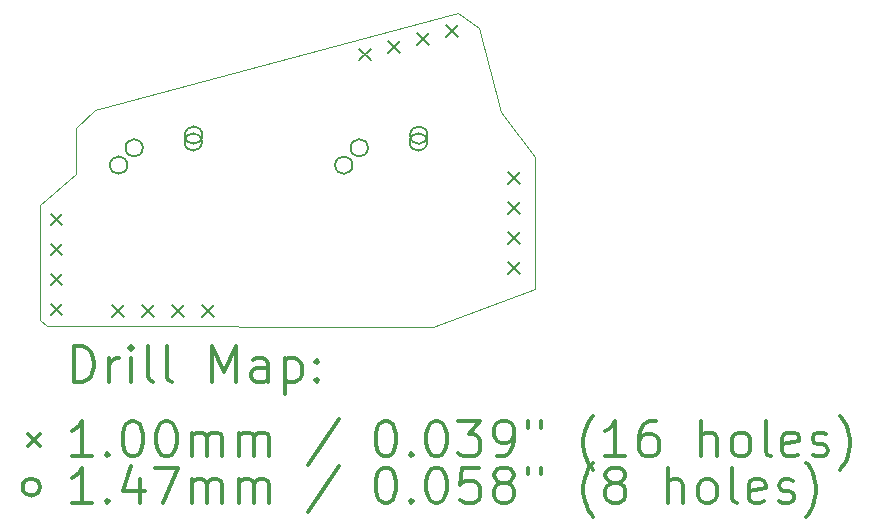
<source format=gbr>
%FSLAX45Y45*%
G04 Gerber Fmt 4.5, Leading zero omitted, Abs format (unit mm)*
G04 Created by KiCad (PCBNEW (5.1.4)-1) date 2023-06-17 18:33:44*
%MOMM*%
%LPD*%
G04 APERTURE LIST*
%ADD10C,0.050000*%
%ADD11C,0.200000*%
%ADD12C,0.300000*%
G04 APERTURE END LIST*
D10*
X12532750Y-35852116D02*
X9262855Y-35847530D01*
X9208529Y-35792053D02*
X9262855Y-35847530D01*
X9514138Y-34562556D02*
X9515320Y-34170437D01*
X9208919Y-34818850D02*
X9514138Y-34562556D01*
X13111744Y-34032786D02*
X12921139Y-33326217D01*
X12921139Y-33326217D02*
X12743842Y-33195619D01*
X13111744Y-34032786D02*
X13400615Y-34416131D01*
X12743842Y-33195619D02*
X9671144Y-34020338D01*
X9208529Y-35792053D02*
X9208919Y-34818850D01*
X13401145Y-35530132D02*
X13400615Y-34416131D01*
X9671144Y-34020338D02*
X9515320Y-34170437D01*
X13401145Y-35530132D02*
X12532750Y-35852116D01*
D11*
X9296338Y-34895789D02*
X9396338Y-34995789D01*
X9396338Y-34895789D02*
X9296338Y-34995789D01*
X9296338Y-35149789D02*
X9396338Y-35249789D01*
X9396338Y-35149789D02*
X9296338Y-35249789D01*
X9296338Y-35403789D02*
X9396338Y-35503789D01*
X9396338Y-35403789D02*
X9296338Y-35503789D01*
X9296338Y-35657789D02*
X9396338Y-35757789D01*
X9396338Y-35657789D02*
X9296338Y-35757789D01*
X13168186Y-34545871D02*
X13268186Y-34645871D01*
X13268186Y-34545871D02*
X13168186Y-34645871D01*
X13168186Y-34799871D02*
X13268186Y-34899871D01*
X13268186Y-34799871D02*
X13168186Y-34899871D01*
X13168186Y-35053871D02*
X13268186Y-35153871D01*
X13268186Y-35053871D02*
X13168186Y-35153871D01*
X13168186Y-35307871D02*
X13268186Y-35407871D01*
X13268186Y-35307871D02*
X13168186Y-35407871D01*
X11908678Y-33499059D02*
X12008678Y-33599059D01*
X12008678Y-33499059D02*
X11908678Y-33599059D01*
X12154023Y-33433319D02*
X12254023Y-33533319D01*
X12254023Y-33433319D02*
X12154023Y-33533319D01*
X12399368Y-33367579D02*
X12499368Y-33467579D01*
X12499368Y-33367579D02*
X12399368Y-33467579D01*
X12644714Y-33301839D02*
X12744714Y-33401839D01*
X12744714Y-33301839D02*
X12644714Y-33401839D01*
X9817067Y-35667457D02*
X9917067Y-35767457D01*
X9917067Y-35667457D02*
X9817067Y-35767457D01*
X10071067Y-35667457D02*
X10171067Y-35767457D01*
X10171067Y-35667457D02*
X10071067Y-35767457D01*
X10325067Y-35667457D02*
X10425067Y-35767457D01*
X10425067Y-35667457D02*
X10325067Y-35767457D01*
X10579067Y-35667457D02*
X10679067Y-35767457D01*
X10679067Y-35667457D02*
X10579067Y-35767457D01*
X9946105Y-34485006D02*
G75*
G03X9946105Y-34485006I-73500J0D01*
G01*
X10077105Y-34339006D02*
G75*
G03X10077105Y-34339006I-73500J0D01*
G01*
X10577105Y-34289006D02*
G75*
G03X10577105Y-34289006I-73500J0D01*
G01*
X10581105Y-34231006D02*
G75*
G03X10581105Y-34231006I-73500J0D01*
G01*
X11852500Y-34485006D02*
G75*
G03X11852500Y-34485006I-73500J0D01*
G01*
X11983500Y-34339006D02*
G75*
G03X11983500Y-34339006I-73500J0D01*
G01*
X12483500Y-34289006D02*
G75*
G03X12483500Y-34289006I-73500J0D01*
G01*
X12487500Y-34231006D02*
G75*
G03X12487500Y-34231006I-73500J0D01*
G01*
D12*
X9492457Y-36320330D02*
X9492457Y-36020330D01*
X9563886Y-36020330D01*
X9606743Y-36034616D01*
X9635314Y-36063188D01*
X9649600Y-36091759D01*
X9663886Y-36148902D01*
X9663886Y-36191759D01*
X9649600Y-36248902D01*
X9635314Y-36277473D01*
X9606743Y-36306045D01*
X9563886Y-36320330D01*
X9492457Y-36320330D01*
X9792457Y-36320330D02*
X9792457Y-36120330D01*
X9792457Y-36177473D02*
X9806743Y-36148902D01*
X9821029Y-36134616D01*
X9849600Y-36120330D01*
X9878172Y-36120330D01*
X9978172Y-36320330D02*
X9978172Y-36120330D01*
X9978172Y-36020330D02*
X9963886Y-36034616D01*
X9978172Y-36048902D01*
X9992457Y-36034616D01*
X9978172Y-36020330D01*
X9978172Y-36048902D01*
X10163886Y-36320330D02*
X10135314Y-36306045D01*
X10121029Y-36277473D01*
X10121029Y-36020330D01*
X10321029Y-36320330D02*
X10292457Y-36306045D01*
X10278172Y-36277473D01*
X10278172Y-36020330D01*
X10663886Y-36320330D02*
X10663886Y-36020330D01*
X10763886Y-36234616D01*
X10863886Y-36020330D01*
X10863886Y-36320330D01*
X11135314Y-36320330D02*
X11135314Y-36163188D01*
X11121029Y-36134616D01*
X11092457Y-36120330D01*
X11035314Y-36120330D01*
X11006743Y-36134616D01*
X11135314Y-36306045D02*
X11106743Y-36320330D01*
X11035314Y-36320330D01*
X11006743Y-36306045D01*
X10992457Y-36277473D01*
X10992457Y-36248902D01*
X11006743Y-36220330D01*
X11035314Y-36206045D01*
X11106743Y-36206045D01*
X11135314Y-36191759D01*
X11278171Y-36120330D02*
X11278171Y-36420330D01*
X11278171Y-36134616D02*
X11306743Y-36120330D01*
X11363886Y-36120330D01*
X11392457Y-36134616D01*
X11406743Y-36148902D01*
X11421029Y-36177473D01*
X11421029Y-36263188D01*
X11406743Y-36291759D01*
X11392457Y-36306045D01*
X11363886Y-36320330D01*
X11306743Y-36320330D01*
X11278171Y-36306045D01*
X11549600Y-36291759D02*
X11563886Y-36306045D01*
X11549600Y-36320330D01*
X11535314Y-36306045D01*
X11549600Y-36291759D01*
X11549600Y-36320330D01*
X11549600Y-36134616D02*
X11563886Y-36148902D01*
X11549600Y-36163188D01*
X11535314Y-36148902D01*
X11549600Y-36134616D01*
X11549600Y-36163188D01*
X9106029Y-36764616D02*
X9206029Y-36864616D01*
X9206029Y-36764616D02*
X9106029Y-36864616D01*
X9649600Y-36950330D02*
X9478172Y-36950330D01*
X9563886Y-36950330D02*
X9563886Y-36650330D01*
X9535314Y-36693188D01*
X9506743Y-36721759D01*
X9478172Y-36736045D01*
X9778172Y-36921759D02*
X9792457Y-36936045D01*
X9778172Y-36950330D01*
X9763886Y-36936045D01*
X9778172Y-36921759D01*
X9778172Y-36950330D01*
X9978172Y-36650330D02*
X10006743Y-36650330D01*
X10035314Y-36664616D01*
X10049600Y-36678902D01*
X10063886Y-36707473D01*
X10078172Y-36764616D01*
X10078172Y-36836045D01*
X10063886Y-36893188D01*
X10049600Y-36921759D01*
X10035314Y-36936045D01*
X10006743Y-36950330D01*
X9978172Y-36950330D01*
X9949600Y-36936045D01*
X9935314Y-36921759D01*
X9921029Y-36893188D01*
X9906743Y-36836045D01*
X9906743Y-36764616D01*
X9921029Y-36707473D01*
X9935314Y-36678902D01*
X9949600Y-36664616D01*
X9978172Y-36650330D01*
X10263886Y-36650330D02*
X10292457Y-36650330D01*
X10321029Y-36664616D01*
X10335314Y-36678902D01*
X10349600Y-36707473D01*
X10363886Y-36764616D01*
X10363886Y-36836045D01*
X10349600Y-36893188D01*
X10335314Y-36921759D01*
X10321029Y-36936045D01*
X10292457Y-36950330D01*
X10263886Y-36950330D01*
X10235314Y-36936045D01*
X10221029Y-36921759D01*
X10206743Y-36893188D01*
X10192457Y-36836045D01*
X10192457Y-36764616D01*
X10206743Y-36707473D01*
X10221029Y-36678902D01*
X10235314Y-36664616D01*
X10263886Y-36650330D01*
X10492457Y-36950330D02*
X10492457Y-36750330D01*
X10492457Y-36778902D02*
X10506743Y-36764616D01*
X10535314Y-36750330D01*
X10578172Y-36750330D01*
X10606743Y-36764616D01*
X10621029Y-36793188D01*
X10621029Y-36950330D01*
X10621029Y-36793188D02*
X10635314Y-36764616D01*
X10663886Y-36750330D01*
X10706743Y-36750330D01*
X10735314Y-36764616D01*
X10749600Y-36793188D01*
X10749600Y-36950330D01*
X10892457Y-36950330D02*
X10892457Y-36750330D01*
X10892457Y-36778902D02*
X10906743Y-36764616D01*
X10935314Y-36750330D01*
X10978172Y-36750330D01*
X11006743Y-36764616D01*
X11021029Y-36793188D01*
X11021029Y-36950330D01*
X11021029Y-36793188D02*
X11035314Y-36764616D01*
X11063886Y-36750330D01*
X11106743Y-36750330D01*
X11135314Y-36764616D01*
X11149600Y-36793188D01*
X11149600Y-36950330D01*
X11735314Y-36636045D02*
X11478171Y-37021759D01*
X12121029Y-36650330D02*
X12149600Y-36650330D01*
X12178171Y-36664616D01*
X12192457Y-36678902D01*
X12206743Y-36707473D01*
X12221029Y-36764616D01*
X12221029Y-36836045D01*
X12206743Y-36893188D01*
X12192457Y-36921759D01*
X12178171Y-36936045D01*
X12149600Y-36950330D01*
X12121029Y-36950330D01*
X12092457Y-36936045D01*
X12078171Y-36921759D01*
X12063886Y-36893188D01*
X12049600Y-36836045D01*
X12049600Y-36764616D01*
X12063886Y-36707473D01*
X12078171Y-36678902D01*
X12092457Y-36664616D01*
X12121029Y-36650330D01*
X12349600Y-36921759D02*
X12363886Y-36936045D01*
X12349600Y-36950330D01*
X12335314Y-36936045D01*
X12349600Y-36921759D01*
X12349600Y-36950330D01*
X12549600Y-36650330D02*
X12578171Y-36650330D01*
X12606743Y-36664616D01*
X12621029Y-36678902D01*
X12635314Y-36707473D01*
X12649600Y-36764616D01*
X12649600Y-36836045D01*
X12635314Y-36893188D01*
X12621029Y-36921759D01*
X12606743Y-36936045D01*
X12578171Y-36950330D01*
X12549600Y-36950330D01*
X12521029Y-36936045D01*
X12506743Y-36921759D01*
X12492457Y-36893188D01*
X12478171Y-36836045D01*
X12478171Y-36764616D01*
X12492457Y-36707473D01*
X12506743Y-36678902D01*
X12521029Y-36664616D01*
X12549600Y-36650330D01*
X12749600Y-36650330D02*
X12935314Y-36650330D01*
X12835314Y-36764616D01*
X12878171Y-36764616D01*
X12906743Y-36778902D01*
X12921029Y-36793188D01*
X12935314Y-36821759D01*
X12935314Y-36893188D01*
X12921029Y-36921759D01*
X12906743Y-36936045D01*
X12878171Y-36950330D01*
X12792457Y-36950330D01*
X12763886Y-36936045D01*
X12749600Y-36921759D01*
X13078171Y-36950330D02*
X13135314Y-36950330D01*
X13163886Y-36936045D01*
X13178171Y-36921759D01*
X13206743Y-36878902D01*
X13221029Y-36821759D01*
X13221029Y-36707473D01*
X13206743Y-36678902D01*
X13192457Y-36664616D01*
X13163886Y-36650330D01*
X13106743Y-36650330D01*
X13078171Y-36664616D01*
X13063886Y-36678902D01*
X13049600Y-36707473D01*
X13049600Y-36778902D01*
X13063886Y-36807473D01*
X13078171Y-36821759D01*
X13106743Y-36836045D01*
X13163886Y-36836045D01*
X13192457Y-36821759D01*
X13206743Y-36807473D01*
X13221029Y-36778902D01*
X13335314Y-36650330D02*
X13335314Y-36707473D01*
X13449600Y-36650330D02*
X13449600Y-36707473D01*
X13892457Y-37064616D02*
X13878171Y-37050330D01*
X13849600Y-37007473D01*
X13835314Y-36978902D01*
X13821029Y-36936045D01*
X13806743Y-36864616D01*
X13806743Y-36807473D01*
X13821029Y-36736045D01*
X13835314Y-36693188D01*
X13849600Y-36664616D01*
X13878171Y-36621759D01*
X13892457Y-36607473D01*
X14163886Y-36950330D02*
X13992457Y-36950330D01*
X14078171Y-36950330D02*
X14078171Y-36650330D01*
X14049600Y-36693188D01*
X14021029Y-36721759D01*
X13992457Y-36736045D01*
X14421029Y-36650330D02*
X14363886Y-36650330D01*
X14335314Y-36664616D01*
X14321029Y-36678902D01*
X14292457Y-36721759D01*
X14278171Y-36778902D01*
X14278171Y-36893188D01*
X14292457Y-36921759D01*
X14306743Y-36936045D01*
X14335314Y-36950330D01*
X14392457Y-36950330D01*
X14421029Y-36936045D01*
X14435314Y-36921759D01*
X14449600Y-36893188D01*
X14449600Y-36821759D01*
X14435314Y-36793188D01*
X14421029Y-36778902D01*
X14392457Y-36764616D01*
X14335314Y-36764616D01*
X14306743Y-36778902D01*
X14292457Y-36793188D01*
X14278171Y-36821759D01*
X14806743Y-36950330D02*
X14806743Y-36650330D01*
X14935314Y-36950330D02*
X14935314Y-36793188D01*
X14921029Y-36764616D01*
X14892457Y-36750330D01*
X14849600Y-36750330D01*
X14821029Y-36764616D01*
X14806743Y-36778902D01*
X15121029Y-36950330D02*
X15092457Y-36936045D01*
X15078171Y-36921759D01*
X15063886Y-36893188D01*
X15063886Y-36807473D01*
X15078171Y-36778902D01*
X15092457Y-36764616D01*
X15121029Y-36750330D01*
X15163886Y-36750330D01*
X15192457Y-36764616D01*
X15206743Y-36778902D01*
X15221029Y-36807473D01*
X15221029Y-36893188D01*
X15206743Y-36921759D01*
X15192457Y-36936045D01*
X15163886Y-36950330D01*
X15121029Y-36950330D01*
X15392457Y-36950330D02*
X15363886Y-36936045D01*
X15349600Y-36907473D01*
X15349600Y-36650330D01*
X15621029Y-36936045D02*
X15592457Y-36950330D01*
X15535314Y-36950330D01*
X15506743Y-36936045D01*
X15492457Y-36907473D01*
X15492457Y-36793188D01*
X15506743Y-36764616D01*
X15535314Y-36750330D01*
X15592457Y-36750330D01*
X15621029Y-36764616D01*
X15635314Y-36793188D01*
X15635314Y-36821759D01*
X15492457Y-36850330D01*
X15749600Y-36936045D02*
X15778171Y-36950330D01*
X15835314Y-36950330D01*
X15863886Y-36936045D01*
X15878171Y-36907473D01*
X15878171Y-36893188D01*
X15863886Y-36864616D01*
X15835314Y-36850330D01*
X15792457Y-36850330D01*
X15763886Y-36836045D01*
X15749600Y-36807473D01*
X15749600Y-36793188D01*
X15763886Y-36764616D01*
X15792457Y-36750330D01*
X15835314Y-36750330D01*
X15863886Y-36764616D01*
X15978171Y-37064616D02*
X15992457Y-37050330D01*
X16021029Y-37007473D01*
X16035314Y-36978902D01*
X16049600Y-36936045D01*
X16063886Y-36864616D01*
X16063886Y-36807473D01*
X16049600Y-36736045D01*
X16035314Y-36693188D01*
X16021029Y-36664616D01*
X15992457Y-36621759D01*
X15978171Y-36607473D01*
X9206029Y-37210616D02*
G75*
G03X9206029Y-37210616I-73500J0D01*
G01*
X9649600Y-37346330D02*
X9478172Y-37346330D01*
X9563886Y-37346330D02*
X9563886Y-37046330D01*
X9535314Y-37089188D01*
X9506743Y-37117759D01*
X9478172Y-37132045D01*
X9778172Y-37317759D02*
X9792457Y-37332045D01*
X9778172Y-37346330D01*
X9763886Y-37332045D01*
X9778172Y-37317759D01*
X9778172Y-37346330D01*
X10049600Y-37146330D02*
X10049600Y-37346330D01*
X9978172Y-37032045D02*
X9906743Y-37246330D01*
X10092457Y-37246330D01*
X10178172Y-37046330D02*
X10378172Y-37046330D01*
X10249600Y-37346330D01*
X10492457Y-37346330D02*
X10492457Y-37146330D01*
X10492457Y-37174902D02*
X10506743Y-37160616D01*
X10535314Y-37146330D01*
X10578172Y-37146330D01*
X10606743Y-37160616D01*
X10621029Y-37189188D01*
X10621029Y-37346330D01*
X10621029Y-37189188D02*
X10635314Y-37160616D01*
X10663886Y-37146330D01*
X10706743Y-37146330D01*
X10735314Y-37160616D01*
X10749600Y-37189188D01*
X10749600Y-37346330D01*
X10892457Y-37346330D02*
X10892457Y-37146330D01*
X10892457Y-37174902D02*
X10906743Y-37160616D01*
X10935314Y-37146330D01*
X10978172Y-37146330D01*
X11006743Y-37160616D01*
X11021029Y-37189188D01*
X11021029Y-37346330D01*
X11021029Y-37189188D02*
X11035314Y-37160616D01*
X11063886Y-37146330D01*
X11106743Y-37146330D01*
X11135314Y-37160616D01*
X11149600Y-37189188D01*
X11149600Y-37346330D01*
X11735314Y-37032045D02*
X11478171Y-37417759D01*
X12121029Y-37046330D02*
X12149600Y-37046330D01*
X12178171Y-37060616D01*
X12192457Y-37074902D01*
X12206743Y-37103473D01*
X12221029Y-37160616D01*
X12221029Y-37232045D01*
X12206743Y-37289188D01*
X12192457Y-37317759D01*
X12178171Y-37332045D01*
X12149600Y-37346330D01*
X12121029Y-37346330D01*
X12092457Y-37332045D01*
X12078171Y-37317759D01*
X12063886Y-37289188D01*
X12049600Y-37232045D01*
X12049600Y-37160616D01*
X12063886Y-37103473D01*
X12078171Y-37074902D01*
X12092457Y-37060616D01*
X12121029Y-37046330D01*
X12349600Y-37317759D02*
X12363886Y-37332045D01*
X12349600Y-37346330D01*
X12335314Y-37332045D01*
X12349600Y-37317759D01*
X12349600Y-37346330D01*
X12549600Y-37046330D02*
X12578171Y-37046330D01*
X12606743Y-37060616D01*
X12621029Y-37074902D01*
X12635314Y-37103473D01*
X12649600Y-37160616D01*
X12649600Y-37232045D01*
X12635314Y-37289188D01*
X12621029Y-37317759D01*
X12606743Y-37332045D01*
X12578171Y-37346330D01*
X12549600Y-37346330D01*
X12521029Y-37332045D01*
X12506743Y-37317759D01*
X12492457Y-37289188D01*
X12478171Y-37232045D01*
X12478171Y-37160616D01*
X12492457Y-37103473D01*
X12506743Y-37074902D01*
X12521029Y-37060616D01*
X12549600Y-37046330D01*
X12921029Y-37046330D02*
X12778171Y-37046330D01*
X12763886Y-37189188D01*
X12778171Y-37174902D01*
X12806743Y-37160616D01*
X12878171Y-37160616D01*
X12906743Y-37174902D01*
X12921029Y-37189188D01*
X12935314Y-37217759D01*
X12935314Y-37289188D01*
X12921029Y-37317759D01*
X12906743Y-37332045D01*
X12878171Y-37346330D01*
X12806743Y-37346330D01*
X12778171Y-37332045D01*
X12763886Y-37317759D01*
X13106743Y-37174902D02*
X13078171Y-37160616D01*
X13063886Y-37146330D01*
X13049600Y-37117759D01*
X13049600Y-37103473D01*
X13063886Y-37074902D01*
X13078171Y-37060616D01*
X13106743Y-37046330D01*
X13163886Y-37046330D01*
X13192457Y-37060616D01*
X13206743Y-37074902D01*
X13221029Y-37103473D01*
X13221029Y-37117759D01*
X13206743Y-37146330D01*
X13192457Y-37160616D01*
X13163886Y-37174902D01*
X13106743Y-37174902D01*
X13078171Y-37189188D01*
X13063886Y-37203473D01*
X13049600Y-37232045D01*
X13049600Y-37289188D01*
X13063886Y-37317759D01*
X13078171Y-37332045D01*
X13106743Y-37346330D01*
X13163886Y-37346330D01*
X13192457Y-37332045D01*
X13206743Y-37317759D01*
X13221029Y-37289188D01*
X13221029Y-37232045D01*
X13206743Y-37203473D01*
X13192457Y-37189188D01*
X13163886Y-37174902D01*
X13335314Y-37046330D02*
X13335314Y-37103473D01*
X13449600Y-37046330D02*
X13449600Y-37103473D01*
X13892457Y-37460616D02*
X13878171Y-37446330D01*
X13849600Y-37403473D01*
X13835314Y-37374902D01*
X13821029Y-37332045D01*
X13806743Y-37260616D01*
X13806743Y-37203473D01*
X13821029Y-37132045D01*
X13835314Y-37089188D01*
X13849600Y-37060616D01*
X13878171Y-37017759D01*
X13892457Y-37003473D01*
X14049600Y-37174902D02*
X14021029Y-37160616D01*
X14006743Y-37146330D01*
X13992457Y-37117759D01*
X13992457Y-37103473D01*
X14006743Y-37074902D01*
X14021029Y-37060616D01*
X14049600Y-37046330D01*
X14106743Y-37046330D01*
X14135314Y-37060616D01*
X14149600Y-37074902D01*
X14163886Y-37103473D01*
X14163886Y-37117759D01*
X14149600Y-37146330D01*
X14135314Y-37160616D01*
X14106743Y-37174902D01*
X14049600Y-37174902D01*
X14021029Y-37189188D01*
X14006743Y-37203473D01*
X13992457Y-37232045D01*
X13992457Y-37289188D01*
X14006743Y-37317759D01*
X14021029Y-37332045D01*
X14049600Y-37346330D01*
X14106743Y-37346330D01*
X14135314Y-37332045D01*
X14149600Y-37317759D01*
X14163886Y-37289188D01*
X14163886Y-37232045D01*
X14149600Y-37203473D01*
X14135314Y-37189188D01*
X14106743Y-37174902D01*
X14521029Y-37346330D02*
X14521029Y-37046330D01*
X14649600Y-37346330D02*
X14649600Y-37189188D01*
X14635314Y-37160616D01*
X14606743Y-37146330D01*
X14563886Y-37146330D01*
X14535314Y-37160616D01*
X14521029Y-37174902D01*
X14835314Y-37346330D02*
X14806743Y-37332045D01*
X14792457Y-37317759D01*
X14778171Y-37289188D01*
X14778171Y-37203473D01*
X14792457Y-37174902D01*
X14806743Y-37160616D01*
X14835314Y-37146330D01*
X14878171Y-37146330D01*
X14906743Y-37160616D01*
X14921029Y-37174902D01*
X14935314Y-37203473D01*
X14935314Y-37289188D01*
X14921029Y-37317759D01*
X14906743Y-37332045D01*
X14878171Y-37346330D01*
X14835314Y-37346330D01*
X15106743Y-37346330D02*
X15078171Y-37332045D01*
X15063886Y-37303473D01*
X15063886Y-37046330D01*
X15335314Y-37332045D02*
X15306743Y-37346330D01*
X15249600Y-37346330D01*
X15221029Y-37332045D01*
X15206743Y-37303473D01*
X15206743Y-37189188D01*
X15221029Y-37160616D01*
X15249600Y-37146330D01*
X15306743Y-37146330D01*
X15335314Y-37160616D01*
X15349600Y-37189188D01*
X15349600Y-37217759D01*
X15206743Y-37246330D01*
X15463886Y-37332045D02*
X15492457Y-37346330D01*
X15549600Y-37346330D01*
X15578171Y-37332045D01*
X15592457Y-37303473D01*
X15592457Y-37289188D01*
X15578171Y-37260616D01*
X15549600Y-37246330D01*
X15506743Y-37246330D01*
X15478171Y-37232045D01*
X15463886Y-37203473D01*
X15463886Y-37189188D01*
X15478171Y-37160616D01*
X15506743Y-37146330D01*
X15549600Y-37146330D01*
X15578171Y-37160616D01*
X15692457Y-37460616D02*
X15706743Y-37446330D01*
X15735314Y-37403473D01*
X15749600Y-37374902D01*
X15763886Y-37332045D01*
X15778171Y-37260616D01*
X15778171Y-37203473D01*
X15763886Y-37132045D01*
X15749600Y-37089188D01*
X15735314Y-37060616D01*
X15706743Y-37017759D01*
X15692457Y-37003473D01*
M02*

</source>
